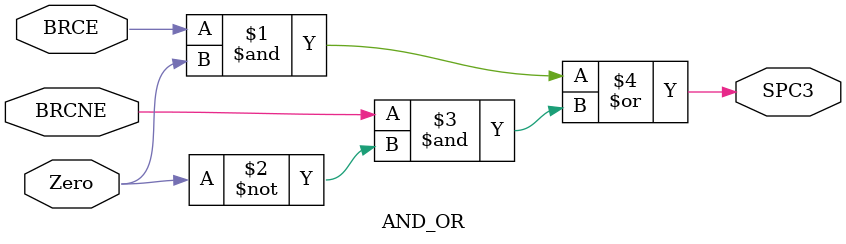
<source format=v>
`timescale 1ns / 1ps

module AND_OR(
					input Zero , BRCE , BRCNE ,
					output SPC3
					);

assign SPC3 = (BRCE & Zero) | (BRCNE & (~(Zero)));

endmodule

</source>
